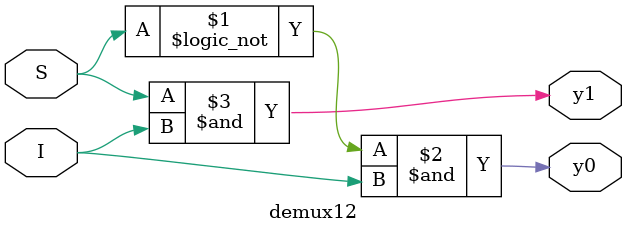
<source format=v>
module demux12(input wire I,S, output wire y0,y1);
assign y0 = ((!S)&I);
assign y1 = (S&I);
endmodule

</source>
